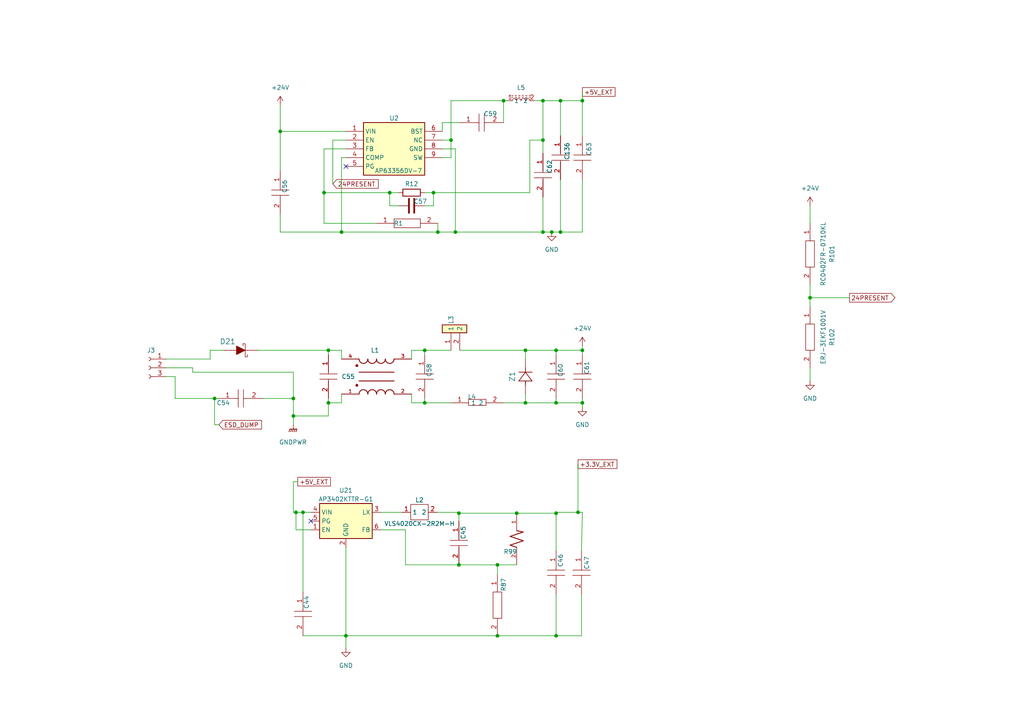
<source format=kicad_sch>
(kicad_sch (version 20230121) (generator eeschema)
  (paper "A4")
  (title_block (title "Power") (date "2023-02-24") (company "OPA Foundation"))
  (lib_symbols
    (symbol "2023-02-13_20-05-27:SMAJ30CA-E3{slash}61" (pin_numbers hide) (pin_names (offset -1.651) hide)
      (property "Reference" "CR" (at 5.08 4.445 0))
      (property "Value" "SMAJ30CA-E3{slash}61" (at 5.08 -7.62 0))
      (symbol "SMAJ30CA-E3{slash}61_1_1"
        (polyline (pts (xy 2.54 0) (xy 3.4798 0)) (stroke (width 0.2032)))
        (polyline (pts (xy 3.175 0) (xy 3.81 0)) (stroke (width 0.2032)))
        (polyline (pts (xy 3.81 -1.905) (xy 6.35 0)) (stroke (width 0.2032)))
        (polyline (pts (xy 3.81 1.905) (xy 3.81 -1.905)) (stroke (width 0.2032)))
        (polyline (pts (xy 6.35 -1.905) (xy 6.35 1.905)) (stroke (width 0.2032)))
        (polyline (pts (xy 6.35 0) (xy 3.81 1.905)) (stroke (width 0.2032)))
        (polyline (pts (xy 6.35 0) (xy 7.62 0)) (stroke (width 0.2032)))
        (pin unspecified line (at 10.16 0 180) (length 2.54) (name "1") (number "1"))
        (pin unspecified line (at 0 0 0) (length 2.54) (name "2") (number "2"))
      )
    )
    (symbol "AP63356DV-7:AP63356DV-7"
      (property "Reference" "U2" (at 13.97 3.81 0))
      (property "Value" "AP63356DV-7" (at 15.24 -11.43 0))
      (symbol "AP63356DV-7_1_1"
        (rectangle (start 5.08 2.54) (end 22.86 -12.7) (stroke (width 0.254)) (fill (type background)))
        (pin passive line (at 0 0 0) (length 5.08) (name "VIN") (number "1"))
        (pin passive line (at 0 -2.54 0) (length 5.08) (name "EN") (number "2"))
        (pin passive line (at 0 -5.08 0) (length 5.08) (name "FB") (number "3"))
        (pin passive line (at 0 -7.62 0) (length 5.08) (name "COMP") (number "4"))
        (pin passive line (at 0 -10.16 0) (length 5.08) (name "PG") (number "5"))
        (pin passive line (at 27.94 0 180) (length 5.08) (name "BST") (number "6"))
        (pin passive line (at 27.94 -2.54 180) (length 5.08) (name "NC") (number "7"))
        (pin passive line (at 27.94 -5.08 180) (length 5.08) (name "GND") (number "8"))
        (pin passive line (at 27.94 -7.62 180) (length 5.08) (name "SW") (number "9"))
      )
    )
    (symbol "Connector:Conn_01x03_Female" (pin_names (offset 1.016) hide)
      (property "Reference" "J" (at 0 5.08 0))
      (property "Value" "Conn_01x03_Female" (at 0 -5.08 0))
      (symbol "Conn_01x03_Female_1_1"
        (arc (start 0 -2.032) (mid -0.5058 -2.54) (end 0 -3.048) (stroke (width 0.1524)))
        (polyline (pts (xy -1.27 -2.54) (xy -0.508 -2.54)) (stroke (width 0.1524)))
        (polyline (pts (xy -1.27 0) (xy -0.508 0)) (stroke (width 0.1524)))
        (polyline (pts (xy -1.27 2.54) (xy -0.508 2.54)) (stroke (width 0.1524)))
        (arc (start 0 0.508) (mid -0.5058 0) (end 0 -0.508) (stroke (width 0.1524)))
        (arc (start 0 3.048) (mid -0.5058 2.54) (end 0 2.032) (stroke (width 0.1524)))
        (pin passive line (at -5.08 2.54 0) (length 3.81) (name "Pin_1") (number "1"))
        (pin passive line (at -5.08 0 0) (length 3.81) (name "Pin_2") (number "2"))
        (pin passive line (at -5.08 -2.54 0) (length 3.81) (name "Pin_3") (number "3"))
      )
    )
    (symbol "DLW5BTM142TQ2L:DLW5BTM142TQ2L" (pin_names (offset 1.016))
      (property "Reference" "FL" (at -5.08 6.35 0))
      (property "Value" "DLW5BTM142TQ2L" (at -5.08 -6.35 0))
      (symbol "DLW5BTM142TQ2L_0_0"
        (circle (center -5.715 -3.175) (radius 0.2032) (stroke (width 0.4064)))
        (circle (center -5.715 2.54) (radius 0.2032) (stroke (width 0.4064)))
        (arc (start -5.08 5.08) (mid -3.81 3.8155) (end -2.54 5.08) (stroke (width 0.254)))
        (arc (start -2.54 -5.08) (mid -3.81 -3.8155) (end -5.08 -5.08) (stroke (width 0.254)))
        (arc (start -2.54 5.08) (mid -1.27 3.8155) (end 0 5.08) (stroke (width 0.254)))
        (arc (start 0 -5.08) (mid -1.27 -3.8155) (end -2.54 -5.08) (stroke (width 0.254)))
        (polyline (pts (xy -5.08 -1.27) (xy 5.08 -1.27)) (stroke (width 0.254)))
        (polyline (pts (xy 5.08 1.27) (xy -5.08 1.27)) (stroke (width 0.254)))
        (arc (start 0 5.08) (mid 1.27 3.8155) (end 2.54 5.08) (stroke (width 0.254)))
        (arc (start 2.54 -5.08) (mid 1.27 -3.8155) (end 0 -5.08) (stroke (width 0.254)))
        (arc (start 2.54 5.08) (mid 3.81 3.8155) (end 5.08 5.08) (stroke (width 0.254)))
        (arc (start 5.08 -5.08) (mid 3.81 -3.8155) (end 2.54 -5.08) (stroke (width 0.254)))
        (pin passive line (at -10.16 5.08 0) (length 5.08) (name "~") (number "1"))
        (pin passive line (at 10.16 5.08 180) (length 5.08) (name "~") (number "2"))
        (pin passive line (at 10.16 -5.08 180) (length 5.08) (name "~") (number "3"))
        (pin passive line (at -10.16 -5.08 0) (length 5.08) (name "~") (number "4"))
      )
    )
    (symbol "Device:C" (pin_numbers hide) (pin_names (offset 0.254))
      (property "Reference" "C" (at 0.635 2.54 0))
      (property "Value" "C" (at 0.635 -2.54 0))
      (symbol "C_0_1"
        (polyline (pts (xy -2.032 -0.762) (xy 2.032 -0.762)) (stroke (width 0.508)))
        (polyline (pts (xy -2.032 0.762) (xy 2.032 0.762)) (stroke (width 0.508)))
      )
      (symbol "C_1_1"
        (pin passive line (at 0 3.81 270) (length 2.794) (name "~") (number "1"))
        (pin passive line (at 0 -3.81 90) (length 2.794) (name "~") (number "2"))
      )
    )
    (symbol "Device:R" (pin_numbers hide) (pin_names (offset 0))
      (property "Reference" "R" (at 2.032 0 90))
      (property "Value" "R" (at 0 0 90))
      (symbol "R_0_1"
        (rectangle (start -1.016 -2.54) (end 1.016 2.54) (stroke (width 0.254)))
      )
      (symbol "R_1_1"
        (pin passive line (at 0 3.81 270) (length 1.27) (name "~") (number "1"))
        (pin passive line (at 0 -3.81 90) (length 1.27) (name "~") (number "2"))
      )
    )
    (symbol "ERJ-3EKF1001V:ERJ-3EKF1001V" (pin_names (offset 0.762))
      (property "Reference" "R" (at 13.97 6.35 0))
      (property "Value" "ERJ-3EKF1001V" (at 13.97 3.81 0))
      (symbol "ERJ-3EKF1001V_0_0"
        (pin passive line (at 0 0 0) (length 5.08) (name "~") (number "1"))
        (pin passive line (at 17.78 0 180) (length 5.08) (name "~") (number "2"))
      )
      (symbol "ERJ-3EKF1001V_0_1"
        (polyline (pts (xy 5.08 1.27) (xy 12.7 1.27) (xy 12.7 -1.27) (xy 5.08 -1.27) (xy 5.08 1.27)) (stroke (width 0.1524)))
      )
    )
    (symbol "GRM1555C1H270JA01D:GRM1555C1H270JA01D" (pin_names (offset 0.762))
      (property "Reference" "C" (at 8.89 6.35 0))
      (property "Value" "GRM1555C1H270JA01D" (at 8.89 3.81 0))
      (symbol "GRM1555C1H270JA01D_0_0"
        (pin passive line (at 0 0 0) (length 5.08) (name "~") (number "1"))
        (pin passive line (at 12.7 0 180) (length 5.08) (name "~") (number "2"))
      )
      (symbol "GRM1555C1H270JA01D_0_1"
        (polyline (pts (xy 5.08 0) (xy 5.588 0)) (stroke (width 0.1524)))
        (polyline (pts (xy 5.588 2.54) (xy 5.588 -2.54)) (stroke (width 0.1524)))
        (polyline (pts (xy 7.112 0) (xy 7.62 0)) (stroke (width 0.1524)))
        (polyline (pts (xy 7.112 2.54) (xy 7.112 -2.54)) (stroke (width 0.1524)))
      )
    )
    (symbol "GRM155R71H104KE14D:GRM155R71H104KE14D" (pin_names (offset 0.762))
      (property "Reference" "C" (at 8.89 6.35 0))
      (property "Value" "GRM155R71H104KE14D" (at 8.89 3.81 0))
      (symbol "GRM155R71H104KE14D_0_0"
        (pin passive line (at 0 0 0) (length 5.08) (name "~") (number "1"))
        (pin passive line (at 12.7 0 180) (length 5.08) (name "~") (number "2"))
      )
      (symbol "GRM155R71H104KE14D_0_1"
        (polyline (pts (xy 5.08 0) (xy 5.588 0)) (stroke (width 0.1524)))
        (polyline (pts (xy 5.588 2.54) (xy 5.588 -2.54)) (stroke (width 0.1524)))
        (polyline (pts (xy 7.112 0) (xy 7.62 0)) (stroke (width 0.1524)))
        (polyline (pts (xy 7.112 2.54) (xy 7.112 -2.54)) (stroke (width 0.1524)))
      )
    )
    (symbol "GRM188R61A106KE69J:GRM188R61A106KE69J" (pin_names (offset 0.762))
      (property "Reference" "C" (at 8.89 6.35 0))
      (property "Value" "GRM188R61A106KE69J" (at 8.89 3.81 0))
      (symbol "GRM188R61A106KE69J_0_0"
        (pin passive line (at 0 0 0) (length 5.08) (name "~") (number "1"))
        (pin passive line (at 12.7 0 180) (length 5.08) (name "~") (number "2"))
      )
      (symbol "GRM188R61A106KE69J_0_1"
        (polyline (pts (xy 5.08 0) (xy 5.588 0)) (stroke (width 0.1524)))
        (polyline (pts (xy 5.588 2.54) (xy 5.588 -2.54)) (stroke (width 0.1524)))
        (polyline (pts (xy 7.112 0) (xy 7.62 0)) (stroke (width 0.1524)))
        (polyline (pts (xy 7.112 2.54) (xy 7.112 -2.54)) (stroke (width 0.1524)))
      )
    )
    (symbol "GRM31CR61E226KE15L:GRM31CR61E226KE15L" (pin_names (offset 0.762))
      (property "Reference" "C" (at 8.89 6.35 0))
      (property "Value" "GRM31CR61E226KE15L" (at 8.89 3.81 0))
      (symbol "GRM31CR61E226KE15L_0_0"
        (pin passive line (at 0 0 0) (length 5.08) (name "~") (number "1"))
        (pin passive line (at 12.7 0 180) (length 5.08) (name "~") (number "2"))
      )
      (symbol "GRM31CR61E226KE15L_0_1"
        (polyline (pts (xy 5.08 0) (xy 5.588 0)) (stroke (width 0.1524)))
        (polyline (pts (xy 5.588 2.54) (xy 5.588 -2.54)) (stroke (width 0.1524)))
        (polyline (pts (xy 7.112 0) (xy 7.62 0)) (stroke (width 0.1524)))
        (polyline (pts (xy 7.112 2.54) (xy 7.112 -2.54)) (stroke (width 0.1524)))
      )
    )
    (symbol "GRM31CR61H106KA12L:GRM31CR61H106KA12L" (pin_names (offset 0.762))
      (property "Reference" "C" (at 8.89 6.35 0))
      (property "Value" "GRM31CR61H106KA12L" (at 8.89 3.81 0))
      (symbol "GRM31CR61H106KA12L_0_0"
        (pin passive line (at 0 0 0) (length 5.08) (name "~") (number "1"))
        (pin passive line (at 12.7 0 180) (length 5.08) (name "~") (number "2"))
      )
      (symbol "GRM31CR61H106KA12L_0_1"
        (polyline (pts (xy 5.08 0) (xy 5.588 0)) (stroke (width 0.1524)))
        (polyline (pts (xy 5.588 2.54) (xy 5.588 -2.54)) (stroke (width 0.1524)))
        (polyline (pts (xy 7.112 0) (xy 7.62 0)) (stroke (width 0.1524)))
        (polyline (pts (xy 7.112 2.54) (xy 7.112 -2.54)) (stroke (width 0.1524)))
      )
    )
    (symbol "MPZ2012S331AT000:MPZ2012S331AT000"
      (property "Reference" "L3" (at -1.778 4.826 0))
      (property "Reference_1" "FB" (at -7.62 16.51 0))
      (property "Value_1" "MPZ2012S331AT000" (at -5.08 16.51 0))
      (symbol "MPZ2012S331AT000_1_1"
        (rectangle (start 5.08 2.54) (end 7.366 -4.572) (stroke (width 0.254)) (fill (type background)))
        (pin passive line (at 0 0 0) (length 5.08) (name "1") (number "1"))
        (pin passive line (at 0 -2.54 0) (length 5.08) (name "2") (number "2"))
      )
    )
    (symbol "MPZ2012S331AT:MPZ2012S331AT" (pin_names (offset 0.762))
      (property "Reference" "FB?" (at 4.826 1.778 0))
      (symbol "MPZ2012S331AT_0_0"
        (pin passive line (at 0 0 0) (length 5.08) (name "1") (number "1"))
        (pin passive line (at 15.24 0 180) (length 5.08) (name "2") (number "2"))
      )
      (symbol "MPZ2012S331AT_0_1"
        (polyline (pts (xy 5.08 1.016) (xy 10.16 1.016) (xy 10.16 -0.762) (xy 5.08 -0.762) (xy 5.08 1.016)) (stroke (width 0.1524)))
      )
    )
    (symbol "RC0402FR-0710KL:RC0402FR-0710KL" (pin_names (offset 0.762))
      (property "Reference" "R" (at 13.97 6.35 0))
      (property "Value" "RC0402FR-0710KL" (at 13.97 3.81 0))
      (symbol "RC0402FR-0710KL_0_0"
        (pin passive line (at 0 0 0) (length 5.08) (name "~") (number "1"))
        (pin passive line (at 17.78 0 180) (length 5.08) (name "~") (number "2"))
      )
      (symbol "RC0402FR-0710KL_0_1"
        (polyline (pts (xy 5.08 1.27) (xy 12.7 1.27) (xy 12.7 -1.27) (xy 5.08 -1.27) (xy 5.08 1.27)) (stroke (width 0.1524)))
      )
    )
    (symbol "RR1220P-4532-D-M:RR1220P-4532-D-M" (pin_names (offset 1.016))
      (property "Reference" "R?" (at 1.2701 -3.81 90))
      (symbol "RR1220P-4532-D-M_0_0"
        (polyline (pts (xy -4.826 0) (xy -4.445 1.905)) (stroke (width 0.254)))
        (polyline (pts (xy -4.445 1.905) (xy -3.175 -1.905)) (stroke (width 0.254)))
        (polyline (pts (xy -3.175 -1.905) (xy -1.905 1.905)) (stroke (width 0.254)))
        (polyline (pts (xy -1.905 1.905) (xy -0.635 -1.905)) (stroke (width 0.254)))
        (polyline (pts (xy -0.635 -1.905) (xy 0 0)) (stroke (width 0.254)))
        (pin passive line (at -9.906 0 0) (length 5.08) (name "~") (number "1"))
        (pin passive line (at 5.08 0 180) (length 5.08) (name "~") (number "2"))
      )
    )
    (symbol "RR1220P-4751-D-M:RR1220P-4751-D-M" (pin_names (offset 0.762))
      (property "Reference" "R" (at 13.97 6.35 0))
      (property "Value" "RR1220P-4751-D-M" (at 13.97 3.81 0))
      (symbol "RR1220P-4751-D-M_0_0"
        (pin passive line (at 0 0 0) (length 5.08) (name "~") (number "1"))
        (pin passive line (at 17.78 0 180) (length 5.08) (name "~") (number "2"))
      )
      (symbol "RR1220P-4751-D-M_0_1"
        (polyline (pts (xy 5.08 1.27) (xy 12.7 1.27) (xy 12.7 -1.27) (xy 5.08 -1.27) (xy 5.08 1.27)) (stroke (width 0.1524)))
      )
    )
    (symbol "Regulator_Switching:AP3402"
      (property "Reference" "U" (at -7.62 6.35 0))
      (property "Value" "AP3402" (at 5.08 6.35 0))
      (symbol "AP3402_0_1"
        (rectangle (start -7.62 5.08) (end 7.62 -5.08) (stroke (width 0.254)) (fill (type background)))
      )
      (symbol "AP3402_1_1"
        (pin input line (at -10.16 -2.54 0) (length 2.54) (name "EN") (number "1"))
        (pin power_in line (at 0 -7.62 90) (length 2.54) (name "GND") (number "2"))
        (pin power_out line (at 10.16 2.54 180) (length 2.54) (name "LX") (number "3"))
        (pin power_in line (at -10.16 2.54 0) (length 2.54) (name "VIN") (number "4"))
        (pin input line (at -10.16 0 0) (length 2.54) (name "PG") (number "5"))
        (pin input line (at 10.16 -2.54 180) (length 2.54) (name "FB") (number "6"))
      )
    )
    (symbol "SH4022220YLB:SH4022220YLB"
      (property "Reference" "L" (at 0 0 0))
      (property "Value" "SH4022220YLB" (at 0 0 0))
      (symbol "SH4022220YLB_0_1"
        (arc (start 0 -3.81) (mid 0.6323 -3.175) (end 0 -2.54))
        (arc (start 0 -2.54) (mid 0.6323 -1.905) (end 0 -1.27))
        (arc (start 0 -1.27) (mid 0.6323 -0.635) (end 0 0))
        (polyline (pts (xy 1.016 -4.064) (xy 1.016 -3.556)))
        (polyline (pts (xy 1.016 -3.048) (xy 1.016 -2.54)))
        (polyline (pts (xy 1.016 -2.032) (xy 1.016 -1.524)))
        (polyline (pts (xy 1.016 -1.016) (xy 1.016 -0.508)))
        (polyline (pts (xy 1.016 0) (xy 1.016 0.508)))
        (polyline (pts (xy 1.016 1.016) (xy 1.016 1.524)))
        (polyline (pts (xy 1.524 -3.556) (xy 1.524 -4.064)))
        (polyline (pts (xy 1.524 -2.54) (xy 1.524 -3.048)))
        (polyline (pts (xy 1.524 -1.524) (xy 1.524 -2.032)))
        (polyline (pts (xy 1.524 -0.508) (xy 1.524 -1.016)))
        (polyline (pts (xy 1.524 0.508) (xy 1.524 0)))
        (polyline (pts (xy 1.524 1.524) (xy 1.524 1.016)))
        (arc (start 0 0) (mid 0.6323 0.635) (end 0 1.27))
      )
      (symbol "SH4022220YLB_1_1"
        (pin passive line (at 0 2.54 270) (length 1.27) (name "1") (number "1"))
        (pin passive line (at 0 -5.08 90) (length 1.27) (name "2") (number "2"))
      )
    )
    (symbol "SH40222R2YLB:SH40222R2YLB"
      (property "Reference" "L2" (at 0 3.302 0))
      (property "Value" "SH40222R2YLB" (at 0 -3.556 0))
      (symbol "SH40222R2YLB_0_1"
        (rectangle (start -2.54 2.032) (end 2.54 -2.4384))
      )
      (symbol "SH40222R2YLB_1_1"
        (pin input line (at -5.08 -0.254 0) (length 2.54) (name "1") (number "1"))
        (pin input line (at 5.08 -0.254 180) (length 2.54) (name "2") (number "2"))
      )
    )
    (symbol "dk_Diodes-Rectifiers-Single:B240A-13-F" (pin_numbers hide) (pin_names (offset 0) hide)
      (property "Reference" "D" (at 0 2.54 0))
      (property "Value" "B240A-13-F" (at 0 -3.81 0))
      (symbol "B240A-13-F_0_1"
        (polyline (pts (xy 1.27 1.27) (xy 1.27 -1.27)))
        (polyline (pts (xy -1.27 1.27) (xy -1.27 -1.27) (xy 1.27 0) (xy -1.27 1.27)) (fill (type outline)))
        (polyline (pts (xy 1.27 -1.27) (xy 1.27 -1.905) (xy 1.905 -1.905) (xy 1.905 -1.27)))
        (polyline (pts (xy 1.27 1.27) (xy 1.27 1.905) (xy 0.635 1.905) (xy 0.635 1.27)))
      )
      (symbol "B240A-13-F_1_1"
        (pin passive line (at -5.08 0 0) (length 3.81) (name "~") (number "A"))
        (pin passive line (at 5.08 0 180) (length 3.81) (name "~") (number "K"))
      )
    )
    (symbol "power:+24V" (power) (pin_names (offset 0))
      (property "Value" "+24V" (at 0 3.556 0))
      (symbol "+24V_0_1"
        (polyline (pts (xy -0.762 1.27) (xy 0 2.54)))
        (polyline (pts (xy 0 0) (xy 0 2.54)))
        (polyline (pts (xy 0 2.54) (xy 0.762 1.27)))
      )
      (symbol "+24V_1_1"
        (pin power_in line (at 0 0 90) (length 0) hide (name "+24V") (number "1"))
      )
    )
    (symbol "power:GND" (power) (pin_names (offset 0))
      (property "Value" "GND" (at 0 -3.81 0))
      (symbol "GND_0_1"
        (polyline (pts (xy 0 0) (xy 0 -1.27) (xy 1.27 -1.27) (xy 0 -2.54) (xy -1.27 -1.27) (xy 0 -1.27)))
      )
      (symbol "GND_1_1"
        (pin power_in line (at 0 0 270) (length 0) hide (name "GND") (number "1"))
      )
    )
    (symbol "power:GNDPWR" (power) (pin_names (offset 0))
      (property "Value" "GNDPWR" (at 0 -3.302 0))
      (symbol "GNDPWR_0_1"
        (polyline (pts (xy 0 -1.27) (xy 0 0)))
        (polyline (pts (xy -1.016 -1.27) (xy -1.27 -2.032) (xy -1.27 -2.032)) (stroke (width 0.2032)))
        (polyline (pts (xy -0.508 -1.27) (xy -0.762 -2.032) (xy -0.762 -2.032)) (stroke (width 0.2032)))
        (polyline (pts (xy 0 -1.27) (xy -0.254 -2.032) (xy -0.254 -2.032)) (stroke (width 0.2032)))
        (polyline (pts (xy 0.508 -1.27) (xy 0.254 -2.032) (xy 0.254 -2.032)) (stroke (width 0.2032)))
        (polyline (pts (xy 1.016 -1.27) (xy -1.016 -1.27) (xy -1.016 -1.27)) (stroke (width 0.2032)))
        (polyline (pts (xy 1.016 -1.27) (xy 0.762 -2.032) (xy 0.762 -2.032) (xy 0.762 -2.032)) (stroke (width 0.2032)))
      )
      (symbol "GNDPWR_1_1"
        (pin power_in line (at 0 0 270) (length 0) hide (name "GNDPWR") (number "1"))
      )
    )
  )
  (junction (at 157.48 40.64))
  (junction (at 113.03 55.88))
  (junction (at 144.272 184.404))
  (junction (at 162.56 67.31))
  (junction (at 95.25 101.6))
  (junction (at 62.23 115.57))
  (junction (at 93.98 55.88))
  (junction (at 161.29 148.844))
  (junction (at 132.08 67.31))
  (junction (at 130.81 40.64))
  (junction (at 149.86 148.844))
  (junction (at 157.48 29.21))
  (junction (at 81.28 38.1))
  (junction (at 123.19 101.6))
  (junction (at 99.06 67.31))
  (junction (at 160.02 67.31))
  (junction (at 125.73 55.88))
  (junction (at 85.09 115.57))
  (junction (at 168.91 29.21))
  (junction (at 168.91 116.84))
  (junction (at 146.05 29.21))
  (junction (at 168.91 101.6))
  (junction (at 234.95 86.36))
  (junction (at 87.884 148.59))
  (junction (at 133.096 148.844))
  (junction (at 161.29 184.404))
  (junction (at 152.4 116.84))
  (junction (at 161.29 101.6))
  (junction (at 157.48 67.31))
  (junction (at 161.29 116.84))
  (junction (at 133.096 163.83))
  (junction (at 100.33 184.404))
  (junction (at 144.272 163.83))
  (junction (at 95.25 116.84))
  (junction (at 127 67.31))
  (junction (at 85.09 120.65))
  (junction (at 167.64 148.59))
  (junction (at 162.56 29.21))
  (junction (at 152.4 101.6))
  (junction (at 85.852 148.59))
  (junction (at 123.19 116.84))
  (no_connect (at 100.33 48.26))
  (no_connect (at 90.17 151.13))
  (wire (pts (xy 167.64 134.62) (xy 167.64 148.59)))
  (wire (pts (xy 93.98 43.18) (xy 100.33 43.18)))
  (wire (pts (xy 132.08 67.31) (xy 157.48 67.31)))
  (wire (pts (xy 85.852 148.59) (xy 85.852 153.67)))
  (wire (pts (xy 154.94 29.21) (xy 157.48 29.21)))
  (wire (pts (xy 152.4 101.6) (xy 152.4 104.14)))
  (wire (pts (xy 168.656 184.404) (xy 168.656 172.466)))
  (wire (pts (xy 50.8 109.22) (xy 50.8 115.57)))
  (wire (pts (xy 126.746 148.59) (xy 133.096 148.59)))
  (wire (pts (xy 127 67.31) (xy 132.08 67.31)))
  (wire (pts (xy 152.4 116.84) (xy 161.29 116.84)))
  (wire (pts (xy 168.91 52.07) (xy 168.91 67.31)))
  (wire (pts (xy 113.03 55.88) (xy 115.57 55.88)))
  (wire (pts (xy 81.28 67.31) (xy 99.06 67.31)))
  (wire (pts (xy 81.28 30.48) (xy 81.28 38.1)))
  (wire (pts (xy 133.096 151.13) (xy 133.096 148.844)))
  (wire (pts (xy 167.64 148.59) (xy 168.91 148.59)))
  (wire (pts (xy 93.98 55.88) (xy 113.03 55.88)))
  (wire (pts (xy 161.29 101.6) (xy 168.91 101.6)))
  (wire (pts (xy 100.33 184.404) (xy 144.272 184.404)))
  (wire (pts (xy 130.81 116.84) (xy 123.19 116.84)))
  (wire (pts (xy 85.09 120.65) (xy 85.09 123.19)))
  (wire (pts (xy 117.602 163.83) (xy 133.096 163.83)))
  (wire (pts (xy 99.06 45.72) (xy 99.06 67.31)))
  (wire (pts (xy 81.28 38.1) (xy 81.28 49.53)))
  (wire (pts (xy 95.25 120.65) (xy 85.09 120.65)))
  (wire (pts (xy 144.272 163.83) (xy 144.272 166.624)))
  (wire (pts (xy 161.544 148.59) (xy 161.29 148.844)))
  (wire (pts (xy 146.05 116.84) (xy 152.4 116.84)))
  (wire (pts (xy 100.33 158.75) (xy 100.33 184.404)))
  (wire (pts (xy 130.81 40.64) (xy 130.81 29.21)))
  (wire (pts (xy 99.06 104.14) (xy 99.06 101.6)))
  (wire (pts (xy 168.91 148.59) (xy 168.656 159.766)))
  (wire (pts (xy 95.25 101.6) (xy 95.25 102.87)))
  (wire (pts (xy 95.25 116.84) (xy 95.25 115.57)))
  (wire (pts (xy 168.91 67.31) (xy 162.56 67.31)))
  (wire (pts (xy 123.19 101.6) (xy 123.19 102.87)))
  (wire (pts (xy 125.73 59.69) (xy 125.73 55.88)))
  (wire (pts (xy 55.88 107.95) (xy 85.09 107.95)))
  (wire (pts (xy 133.35 35.56) (xy 128.27 35.56)))
  (wire (pts (xy 161.29 116.84) (xy 168.91 116.84)))
  (wire (pts (xy 99.06 116.84) (xy 95.25 116.84)))
  (wire (pts (xy 133.096 163.83) (xy 144.272 163.83)))
  (wire (pts (xy 48.26 106.68) (xy 55.88 106.68)))
  (wire (pts (xy 81.28 62.23) (xy 81.28 67.31)))
  (wire (pts (xy 234.95 82.55) (xy 234.95 86.36)))
  (wire (pts (xy 119.38 116.84) (xy 123.19 116.84)))
  (wire (pts (xy 127 64.77) (xy 127 67.31)))
  (wire (pts (xy 119.38 104.14) (xy 119.38 101.6)))
  (wire (pts (xy 62.23 115.57) (xy 63.5 115.57)))
  (wire (pts (xy 130.81 29.21) (xy 146.05 29.21)))
  (wire (pts (xy 85.09 115.57) (xy 85.09 120.65)))
  (wire (pts (xy 100.33 40.64) (xy 96.52 40.64)))
  (wire (pts (xy 162.56 67.31) (xy 160.02 67.31)))
  (wire (pts (xy 93.98 64.77) (xy 93.98 55.88)))
  (wire (pts (xy 74.93 101.6) (xy 95.25 101.6)))
  (wire (pts (xy 113.03 59.69) (xy 113.03 55.88)))
  (wire (pts (xy 50.8 115.57) (xy 62.23 115.57)))
  (wire (pts (xy 123.19 116.84) (xy 123.19 115.57)))
  (wire (pts (xy 162.56 52.07) (xy 162.56 67.31)))
  (wire (pts (xy 96.52 40.64) (xy 96.52 53.34)))
  (wire (pts (xy 109.22 64.77) (xy 93.98 64.77)))
  (wire (pts (xy 116.586 148.59) (xy 110.49 148.59)))
  (wire (pts (xy 146.05 29.21) (xy 147.32 29.21)))
  (wire (pts (xy 152.4 114.3) (xy 152.4 116.84)))
  (wire (pts (xy 115.57 59.69) (xy 113.03 59.69)))
  (wire (pts (xy 162.56 39.37) (xy 162.56 29.21)))
  (wire (pts (xy 60.96 101.6) (xy 64.77 101.6)))
  (wire (pts (xy 93.98 55.88) (xy 93.98 43.18)))
  (wire (pts (xy 90.17 153.67) (xy 85.852 153.67)))
  (wire (pts (xy 130.81 101.6) (xy 123.19 101.6)))
  (wire (pts (xy 162.56 29.21) (xy 168.91 29.21)))
  (wire (pts (xy 55.88 106.68) (xy 55.88 107.95)))
  (wire (pts (xy 161.29 172.466) (xy 161.29 184.404)))
  (wire (pts (xy 86.36 139.7) (xy 85.09 139.7)))
  (wire (pts (xy 99.06 101.6) (xy 95.25 101.6)))
  (wire (pts (xy 153.67 40.64) (xy 157.48 40.64)))
  (wire (pts (xy 48.26 109.22) (xy 50.8 109.22)))
  (wire (pts (xy 161.29 148.844) (xy 161.29 159.766)))
  (wire (pts (xy 95.25 116.84) (xy 95.25 120.65)))
  (wire (pts (xy 157.48 57.15) (xy 157.48 67.31)))
  (wire (pts (xy 85.09 107.95) (xy 85.09 115.57)))
  (wire (pts (xy 119.38 114.3) (xy 119.38 116.84)))
  (wire (pts (xy 168.91 29.21) (xy 168.91 39.37)))
  (wire (pts (xy 85.09 139.7) (xy 85.09 148.59)))
  (wire (pts (xy 144.272 184.404) (xy 161.29 184.404)))
  (wire (pts (xy 100.33 45.72) (xy 99.06 45.72)))
  (wire (pts (xy 119.38 101.6) (xy 123.19 101.6)))
  (wire (pts (xy 99.06 67.31) (xy 127 67.31)))
  (wire (pts (xy 157.48 29.21) (xy 157.48 40.64)))
  (wire (pts (xy 123.19 59.69) (xy 125.73 59.69)))
  (wire (pts (xy 48.26 104.14) (xy 60.96 104.14)))
  (wire (pts (xy 234.95 106.68) (xy 234.95 110.49)))
  (wire (pts (xy 130.81 45.72) (xy 130.81 40.64)))
  (wire (pts (xy 234.95 59.69) (xy 234.95 64.77)))
  (wire (pts (xy 168.91 100.33) (xy 168.91 101.6)))
  (wire (pts (xy 128.27 35.56) (xy 128.27 38.1)))
  (wire (pts (xy 99.06 114.3) (xy 99.06 116.84)))
  (wire (pts (xy 168.91 116.84) (xy 168.91 115.57)))
  (wire (pts (xy 133.096 148.59) (xy 133.096 148.844)))
  (wire (pts (xy 63.5 123.19) (xy 62.23 123.19)))
  (wire (pts (xy 81.28 38.1) (xy 100.33 38.1)))
  (wire (pts (xy 128.27 45.72) (xy 130.81 45.72)))
  (wire (pts (xy 123.19 55.88) (xy 125.73 55.88)))
  (wire (pts (xy 161.544 148.59) (xy 167.64 148.59)))
  (wire (pts (xy 100.33 184.404) (xy 100.33 187.96)))
  (wire (pts (xy 60.96 104.14) (xy 60.96 101.6)))
  (wire (pts (xy 157.48 29.21) (xy 162.56 29.21)))
  (wire (pts (xy 168.91 26.67) (xy 168.91 29.21)))
  (wire (pts (xy 146.05 29.21) (xy 146.05 35.56)))
  (wire (pts (xy 133.096 148.844) (xy 149.86 148.844)))
  (wire (pts (xy 128.27 40.64) (xy 130.81 40.64)))
  (wire (pts (xy 132.08 43.18) (xy 132.08 67.31)))
  (wire (pts (xy 234.95 86.36) (xy 246.38 86.36)))
  (wire (pts (xy 117.602 153.67) (xy 117.602 163.83)))
  (wire (pts (xy 161.29 184.404) (xy 168.656 184.404)))
  (wire (pts (xy 87.884 148.59) (xy 90.17 148.59)))
  (wire (pts (xy 128.27 43.18) (xy 132.08 43.18)))
  (wire (pts (xy 87.884 184.404) (xy 100.33 184.404)))
  (wire (pts (xy 157.48 67.31) (xy 160.02 67.31)))
  (wire (pts (xy 161.29 101.6) (xy 161.29 102.87)))
  (wire (pts (xy 76.2 115.57) (xy 85.09 115.57)))
  (wire (pts (xy 125.73 55.88) (xy 153.67 55.88)))
  (wire (pts (xy 149.86 148.844) (xy 161.29 148.844)))
  (wire (pts (xy 87.884 148.59) (xy 87.884 171.704)))
  (wire (pts (xy 110.49 153.67) (xy 117.602 153.67)))
  (wire (pts (xy 152.4 101.6) (xy 161.29 101.6)))
  (wire (pts (xy 157.48 40.64) (xy 157.48 44.45)))
  (wire (pts (xy 62.23 115.57) (xy 62.23 123.19)))
  (wire (pts (xy 234.95 86.36) (xy 234.95 88.9)))
  (wire (pts (xy 85.852 148.59) (xy 85.09 148.59)))
  (wire (pts (xy 85.852 148.59) (xy 87.884 148.59)))
  (wire (pts (xy 168.91 116.84) (xy 168.91 118.11)))
  (wire (pts (xy 153.67 55.88) (xy 153.67 40.64)))
  (wire (pts (xy 168.91 101.6) (xy 168.91 102.87)))
  (wire (pts (xy 133.35 101.6) (xy 152.4 101.6)))
  (wire (pts (xy 161.29 115.57) (xy 161.29 116.84)))
  (wire (pts (xy 149.86 163.83) (xy 144.272 163.83)))
  (global_label "ESD_DUMP" (shape input) (at 63.5 123.19 0) (property "Intersheetrefs" "${INTERSHEET_REFS}" (effects hide)))
  (global_label "24PRESENT" (shape input) (at 96.52 53.34 0) (property "Intersheetrefs" "${INTERSHEET_REFS}" (effects hide)))
  (global_label "+3.3V_EXT" (shape passive) (at 167.64 134.62 0) (property "Intersheetrefs" "${INTERSHEET_REFS}" (effects hide)))
  (global_label "+5V_EXT" (shape passive) (at 86.36 139.7 0) (property "Intersheetrefs" "${INTERSHEET_REFS}" (effects hide)))
  (global_label "24PRESENT" (shape output) (at 246.38 86.36 0) (property "Intersheetrefs" "${INTERSHEET_REFS}" (effects hide)))
  (global_label "+5V_EXT" (shape passive) (at 168.91 26.67 0) (property "Intersheetrefs" "${INTERSHEET_REFS}" (effects hide)))
  (symbol (lib_id "power:+24V") (at 168.91 100.33 0) (unit 1)
    (property "Reference" "#PWR087" (effects hide))
    (property "Value" "+24V" (at 168.91 95.25 0))
  )
  (symbol (lib_id "Device:C") (at 119.38 59.69 90) (unit 1)
    (property "Reference" "C57" (at 121.92 58.42 90))
    (property "Value" "CC0402JRNPO9BN100" (effects hide))
    (property "Footprint" "Capacitor_SMD:C_0402_1005Metric" (effects hide))
    (property "Datasheet" "10PF 50V" (effects hide))
  )
  (symbol (lib_id "GRM155R71H104KE14D:GRM155R71H104KE14D") (at 133.35 35.56 0) (unit 1)
    (property "Reference" "C59" (at 142.24 33.02 0))
    (property "Value" "GRM155R71H104KE14D" (effects hide))
    (property "Footprint" "Capacitor_SMD:C_0402_1005Metric" (effects hide))
    (property "Datasheet" "https://datasheet.datasheetarchive.com/originals/distributors/DKDS-10/191322.pdf" (effects hide))
    (property "Description" "Multilayer Ceramic Capacitors MLCC - SMD/SMT 0402 0.1uF 50volts X7R 10%" (effects hide))
    (property "Height" "0.55" (effects hide))
    (property "Manufacturer_Name" "Murata Electronics" (effects hide))
    (property "Manufacturer_Part_Number" "GRM155R71H104KE14D" (effects hide))
    (property "Mouser Part Number" "81-GRM155R71H104KE4D" (effects hide))
    (property "Mouser Price/Stock" "https://www.mouser.co.uk/ProductDetail/Murata-Electronics/GRM155R71H104KE14D?qs=2UZY3JfgLCy9gG9icKV9Yg%3D%3D" (effects hide))
    (property "Arrow Part Number" "GRM155R71H104KE14D" (effects hide))
    (property "Arrow Price/Stock" "https://www.arrow.com/en/products/grm155r71h104ke14d/murata-manufacturing?region=nac" (effects hide))
  )
  (symbol (lib_id "RC0402FR-0710KL:RC0402FR-0710KL") (at 144.272 166.624 270) (unit 1)
    (property "Reference" "R87" (at 146.05 167.64 0) (effects (justify left)))
    (property "Value" "RC0402FR-0710KL" (effects hide))
    (property "Footprint" "Resistor_SMD:R_0402_1005Metric_Pad0.72x0.64mm_HandSolder" (effects hide))
    (property "Datasheet" "https://datasheet.datasheetarchive.com/originals/distributors/Datasheets_SAMA/902f9e387b938f871d31120f5fc1d65e.pdf" (effects hide))
    (property "Description" "YAGEO (PHYCOMP) - RC0402FR-0710KL. - RES, THICK FILM, 10K, 1%, 0.0625W, 0402" (effects hide))
    (property "Height" "0.4" (effects hide))
    (property "Manufacturer_Name" "KEMET" (effects hide))
    (property "Manufacturer_Part_Number" "RC0402FR-0710KL" (effects hide))
    (property "Mouser Part Number" "603-RC0402FR-0710KL" (effects hide))
    (property "Mouser Price/Stock" "https://www.mouser.co.uk/ProductDetail/YAGEO/RC0402FR-0710KL?qs=I1mnnYJTTsxUoNwrUsQExA%3D%3D" (effects hide))
    (property "Arrow Part Number" "RC0402FR-0710KL" (effects hide))
    (property "Arrow Price/Stock" "https://www.arrow.com/en/products/rc0402fr-0710kl/yageo?region=europe" (effects hide))
  )
  (symbol (lib_id "power:GND") (at 160.02 67.31 0) (unit 1)
    (property "Reference" "#PWR086" (effects hide))
    (property "Value" "GND" (at 160.02 72.39 0))
  )
  (symbol (lib_id "GRM1555C1H270JA01D:GRM1555C1H270JA01D") (at 133.096 151.13 90) (mirror x) (unit 1)
    (property "Reference" "C45" (at 134.366 156.464 0) (effects (justify right)))
    (property "Value" "CL05C270JB5NNNC" (effects hide))
    (property "Footprint" "Capacitor_SMD:C_0402_1005Metric" (effects hide))
    (property "Datasheet" "https://datasheet.datasheetarchive.com/originals/distributors/Datasheets_SAMA/ec4f1577dddcc7a13ddad897a28002d3.pdf" (effects hide))
    (property "Description" "Murata 0402 GRM 27pF Ceramic Multilayer Capacitor, 50 V dc, +125C, C0G Dielectric, +/-5%" (effects hide))
    (property "Height" "0.55" (effects hide))
    (property "Manufacturer_Name" "Murata Electronics" (effects hide))
    (property "Manufacturer_Part_Number" "GRM1555C1H270JA01D" (effects hide))
    (property "Mouser Part Number" "81-GRM1555C1H270JA1D" (effects hide))
    (property "Mouser Price/Stock" "https://www.mouser.co.uk/ProductDetail/Murata-Electronics/GRM1555C1H270JA01D?qs=4k9rjS6ZRl6bZIQOxCwSeQ%3D%3D" (effects hide))
    (property "Arrow Part Number" "GRM1555C1H270JA01D" (effects hide))
    (property "Arrow Price/Stock" "https://www.arrow.com/en/products/grm1555c1h270ja01d/murata-manufacturing?region=nac" (effects hide))
  )
  (symbol (lib_id "GRM31CR61H106KA12L:GRM31CR61H106KA12L") (at 81.28 49.53 270) (unit 1)
    (property "Reference" "C56" (at 82.55 52.07 0) (effects (justify left)))
    (property "Value" "C3216X5R1H106K160AB" (effects hide))
    (property "Footprint" "Capacitor_SMD:C_1206_3216Metric" (effects hide))
    (property "Datasheet" "https://datasheet.datasheetarchive.com/originals/distributors/Datasheets_SAMA/ec4f1577dddcc7a13ddad897a28002d3.pdf" (effects hide))
    (property "Description" "10UF,50V,10%,Ceramic,X5R,1206" (effects hide))
    (property "Height" "1.8" (effects hide))
    (property "Manufacturer_Name" "Murata Electronics" (effects hide))
    (property "Manufacturer_Part_Number" "GRM31CR61H106KA12L" (effects hide))
    (property "Mouser Part Number" "81-GRM31CR61H106KA2L" (effects hide))
    (property "Mouser Price/Stock" "https://www.mouser.co.uk/ProductDetail/Murata-Electronics/GRM31CR61H106KA12L?qs=O5cugoO6nwcwnTG54Wty7w%3D%3D" (effects hide))
    (property "Arrow Part Number" "GRM31CR61H106KA12L" (effects hide))
    (property "Arrow Price/Stock" "https://www.arrow.com/en/products/grm31cr61h106ka12l/murata-manufacturing?region=europe" (effects hide))
  )
  (symbol (lib_id "power:GND") (at 168.91 118.11 0) (unit 1)
    (property "Reference" "#PWR088" (effects hide))
    (property "Value" "GND" (at 168.91 123.19 0))
  )
  (symbol (lib_id "GRM31CR61E226KE15L:GRM31CR61E226KE15L") (at 168.91 39.37 270) (unit 1)
    (property "Reference" "C63" (at 170.815 41.275 0) (effects (justify left)))
    (property "Value" "CL31A226KAHNNNE" (effects hide))
    (property "Footprint" "Capacitor_SMD:C_1206_3216Metric_Pad1.33x1.80mm_HandSolder" (effects hide))
    (property "Datasheet" "https://datasheet.datasheetarchive.com/originals/distributors/Datasheets_SAMA/ec4f1577dddcc7a13ddad897a28002d3.pdf" (effects hide))
    (property "Description" "Murata 1206 (3216M) 22uF MLCC 25V dc +/-10% SMD GRM31CR61E226KE15L" (effects hide))
    (property "Height" "1.8" (effects hide))
    (property "Manufacturer_Name" "Murata Electronics" (effects hide))
    (property "Manufacturer_Part_Number" "GRM31CR61E226KE15L" (effects hide))
    (property "Mouser Part Number" "81-GRM31CR61E226KE5L" (effects hide))
    (property "Mouser Price/Stock" "https://www.mouser.co.uk/ProductDetail/Murata-Electronics/GRM31CR61E226KE15L?qs=Uw8ySfEHS7KfA6t3BpaUDg%3D%3D" (effects hide))
    (property "Arrow Part Number" "GRM31CR61E226KE15L" (effects hide))
    (property "Arrow Price/Stock" "https://www.arrow.com/en/products/grm31cr61e226ke15l/murata-manufacturing?region=europe" (effects hide))
  )
  (symbol (lib_id "Device:R") (at 119.38 55.88 90) (unit 1)
    (property "Reference" "R12" (at 119.38 53.34 90))
    (property "Value" "RC0402FR-0726K1L" (effects hide))
    (property "Footprint" "Resistor_SMD:R_0402_1005Metric_Pad0.72x0.64mm_HandSolder" (effects hide))
    (property "Datasheet" "26.1K 1%" (effects hide))
  )
  (symbol (lib_id "SH4022220YLB:SH4022220YLB") (at 149.86 29.21 90) (unit 1)
    (property "Reference" "L5" (at 151.13 25.4 90))
    (property "Value" "SRR1240-101M" (effects hide))
    (property "Footprint" "footprints:IND_SRR1240-101M" (effects hide))
  )
  (symbol (lib_id "GRM155R71H104KE14D:GRM155R71H104KE14D") (at 168.91 102.87 270) (unit 1)
    (property "Reference" "C61" (at 170.18 106.68 0))
    (property "Value" "GRM155R71H104KE14D" (effects hide))
    (property "Footprint" "Capacitor_SMD:C_0402_1005Metric" (effects hide))
    (property "Datasheet" "https://datasheet.datasheetarchive.com/originals/distributors/DKDS-10/191322.pdf" (effects hide))
    (property "Description" "Multilayer Ceramic Capacitors MLCC - SMD/SMT 0402 0.1uF 50volts X7R 10%" (effects hide))
    (property "Height" "0.55" (effects hide))
    (property "Manufacturer_Name" "Murata Electronics" (effects hide))
    (property "Manufacturer_Part_Number" "GRM155R71H104KE14D" (effects hide))
    (property "Mouser Part Number" "81-GRM155R71H104KE4D" (effects hide))
    (property "Mouser Price/Stock" "https://www.mouser.co.uk/ProductDetail/Murata-Electronics/GRM155R71H104KE14D?qs=2UZY3JfgLCy9gG9icKV9Yg%3D%3D" (effects hide))
    (property "Arrow Part Number" "GRM155R71H104KE14D" (effects hide))
    (property "Arrow Price/Stock" "https://www.arrow.com/en/products/grm155r71h104ke14d/murata-manufacturing?region=nac" (effects hide))
  )
  (symbol (lib_id "GRM31CR61E226KE15L:GRM31CR61E226KE15L") (at 157.48 44.45 270) (unit 1)
    (property "Reference" "C62" (at 159.385 46.355 0) (effects (justify left)))
    (property "Value" "CL31A226KAHNNNE" (effects hide))
    (property "Footprint" "Capacitor_SMD:C_1206_3216Metric_Pad1.33x1.80mm_HandSolder" (effects hide))
    (property "Datasheet" "https://datasheet.datasheetarchive.com/originals/distributors/Datasheets_SAMA/ec4f1577dddcc7a13ddad897a28002d3.pdf" (effects hide))
    (property "Description" "Murata 1206 (3216M) 22uF MLCC 25V dc +/-10% SMD GRM31CR61E226KE15L" (effects hide))
    (property "Height" "1.8" (effects hide))
    (property "Manufacturer_Name" "Murata Electronics" (effects hide))
    (property "Manufacturer_Part_Number" "GRM31CR61E226KE15L" (effects hide))
    (property "Mouser Part Number" "81-GRM31CR61E226KE5L" (effects hide))
    (property "Mouser Price/Stock" "https://www.mouser.co.uk/ProductDetail/Murata-Electronics/GRM31CR61E226KE15L?qs=Uw8ySfEHS7KfA6t3BpaUDg%3D%3D" (effects hide))
    (property "Arrow Part Number" "GRM31CR61E226KE15L" (effects hide))
    (property "Arrow Price/Stock" "https://www.arrow.com/en/products/grm31cr61e226ke15l/murata-manufacturing?region=europe" (effects hide))
  )
  (symbol (lib_id "RR1220P-4532-D-M:RR1220P-4532-D-M") (at 149.86 158.75 270) (unit 1)
    (property "Reference" "R99" (at 146.05 160.0201 90) (effects (justify left)))
    (property "Value" "RR1220P-4532-D-M" (effects hide))
    (property "Footprint" "Resistor_SMD:R_0805_2012Metric" (effects hide))
  )
  (symbol (lib_id "Connector:Conn_01x03_Female") (at 43.18 106.68 0) (mirror y) (unit 1)
    (property "Reference" "J3" (at 43.815 101.6 0))
    (property "Value" "2350514-3" (effects hide))
    (property "Footprint" "footprints:SHDRRA3W90P0X350_1X3_1110X920X691P" (effects hide))
  )
  (symbol (lib_id "GRM31CR61E226KE15L:GRM31CR61E226KE15L") (at 161.29 159.766 270) (unit 1)
    (property "Reference" "C46" (at 162.56 162.56 0))
    (property "Value" "CL31A226KAHNNNE" (effects hide))
    (property "Footprint" "Capacitor_SMD:C_1206_3216Metric_Pad1.33x1.80mm_HandSolder" (effects hide))
    (property "Datasheet" "https://datasheet.datasheetarchive.com/originals/distributors/Datasheets_SAMA/ec4f1577dddcc7a13ddad897a28002d3.pdf" (effects hide))
    (property "Description" " 22uF MLCC 25V dc +/-10% SMD " (effects hide))
    (property "Height" "1.8" (effects hide))
    (property "Manufacturer_Name" "Murata Electronics" (effects hide))
    (property "Manufacturer_Part_Number" "CL31A226KAHNNNE" (effects hide))
    (property "Mouser Part Number" "81-GRM31CR61E226KE5L" (effects hide))
    (property "Mouser Price/Stock" "https://www.mouser.co.uk/ProductDetail/Murata-Electronics/GRM31CR61E226KE15L?qs=Uw8ySfEHS7KfA6t3BpaUDg%3D%3D" (effects hide))
    (property "Arrow Part Number" "GRM31CR61E226KE15L" (effects hide))
    (property "Arrow Price/Stock" "https://www.arrow.com/en/products/grm31cr61e226ke15l/murata-manufacturing?region=europe" (effects hide))
  )
  (symbol (lib_id "MPZ2012S331AT000:MPZ2012S331AT000") (at 130.81 101.6 90) (unit 1)
    (property "Reference" "L3" (at 130.81 93.98 0) (effects (justify left)))
    (property "Value" "MPZ2012S331AT000" (effects hide))
    (property "Footprint" "footprints:INDC2012X105N" (effects hide))
    (property "Datasheet" "https://datasheet.datasheetarchive.com/originals/distributors/SFDatasheet-3/sf-00062318.pdf" (effects hide))
    (property "Description" "MPZ series 0805 SMD chip bead 330R 2.5A TDK High Current Chip Power Line Bead, 2 x 1.25 x 0.85mm" (effects hide))
    (property "Height" "1.05" (effects hide))
    (property "Manufacturer_Name" "TDK" (effects hide))
    (property "Manufacturer_Part_Number" "MPZ2012S331AT000" (effects hide))
    (property "Mouser Part Number" "810-MPZ2012S331AT000" (effects hide))
    (property "Mouser Price/Stock" "https://www.mouser.co.uk/ProductDetail/TDK/MPZ2012S331AT000?qs=i5fQALbACss9SCpS1lr2Dg%3D%3D" (effects hide))
    (property "Arrow Part Number" "MPZ2012S331AT000" (effects hide))
    (property "Arrow Price/Stock" "https://www.arrow.com/en/products/mpz2012s331at000/tdk?region=europe" (effects hide))
    (property "Reference_1" "FB" (effects hide))
    (property "Value_1" "MPZ2012S331AT000" (effects hide))
    (property "Footprint_1" "INDC2012X105N" (effects hide))
    (property "Datasheet_1" "https://product.tdk.com/system/files/dam/doc/product/emc/emc/beads/catalog/beads_commercial_power_mpz2012_en.pdf" (effects hide))
  )
  (symbol (lib_id "GRM31CR61E226KE15L:GRM31CR61E226KE15L") (at 168.656 159.766 270) (unit 1)
    (property "Reference" "C47" (at 170.18 161.29 0) (effects (justify left)))
    (property "Value" "CL31A226KAHNNNE" (effects hide))
    (property "Footprint" "Capacitor_SMD:C_1206_3216Metric_Pad1.33x1.80mm_HandSolder" (effects hide))
    (property "Datasheet" "https://datasheet.datasheetarchive.com/originals/distributors/Datasheets_SAMA/ec4f1577dddcc7a13ddad897a28002d3.pdf" (effects hide))
    (property "Description" " 22uF MLCC 25V dc +/-10% SMD " (effects hide))
    (property "Height" "1.8" (effects hide))
    (property "Manufacturer_Name" "Murata Electronics" (effects hide))
    (property "Manufacturer_Part_Number" "CL31A226KAHNNNE" (effects hide))
    (property "Mouser Part Number" "81-GRM31CR61E226KE5L" (effects hide))
    (property "Mouser Price/Stock" "https://www.mouser.co.uk/ProductDetail/Murata-Electronics/GRM31CR61E226KE15L?qs=Uw8ySfEHS7KfA6t3BpaUDg%3D%3D" (effects hide))
    (property "Arrow Part Number" "GRM31CR61E226KE15L" (effects hide))
    (property "Arrow Price/Stock" "https://www.arrow.com/en/products/grm31cr61e226ke15l/murata-manufacturing?region=europe" (effects hide))
  )
  (symbol (lib_id "power:GND") (at 234.95 110.49 0) (unit 1)
    (property "Reference" "#PWR091" (effects hide))
    (property "Value" "GND" (at 234.95 115.57 0))
  )
  (symbol (lib_id "GRM155R71H104KE14D:GRM155R71H104KE14D") (at 63.5 115.57 0) (unit 1)
    (property "Reference" "C54" (at 64.77 116.84 0))
    (property "Value" "GRM155R71H104KE14D" (effects hide))
    (property "Footprint" "Capacitor_SMD:C_0402_1005Metric" (effects hide))
    (property "Datasheet" "https://datasheet.datasheetarchive.com/originals/distributors/DKDS-10/191322.pdf" (effects hide))
    (property "Description" "Multilayer Ceramic Capacitors MLCC - SMD/SMT 0402 0.1uF 50volts X7R 10%" (effects hide))
    (property "Height" "0.55" (effects hide))
    (property "Manufacturer_Name" "Murata Electronics" (effects hide))
    (property "Manufacturer_Part_Number" "GRM155R71H104KE14D" (effects hide))
    (property "Mouser Part Number" "81-GRM155R71H104KE4D" (effects hide))
    (property "Mouser Price/Stock" "https://www.mouser.co.uk/ProductDetail/Murata-Electronics/GRM155R71H104KE14D?qs=2UZY3JfgLCy9gG9icKV9Yg%3D%3D" (effects hide))
    (property "Arrow Part Number" "GRM155R71H104KE14D" (effects hide))
    (property "Arrow Price/Stock" "https://www.arrow.com/en/products/grm155r71h104ke14d/murata-manufacturing?region=nac" (effects hide))
  )
  (symbol (lib_id "AP63356DV-7:AP63356DV-7") (at 100.33 38.1 0) (unit 1)
    (property "Reference" "U2" (at 114.3 34.29 0))
    (property "Value" "AP63356DV-7" (at 115.57 49.53 0))
    (property "Footprint" "footprints:AP63356DV7" (effects hide))
    (property "Reference_1" "U" (effects hide))
    (property "Value_1" "AP63356DV-7" (effects hide))
    (property "Footprint_1" "AP63356DV7" (effects hide))
    (property "Datasheet_1" "https://www.diodes.com/assets/Datasheets/AP63356-AP63357.pdf" (effects hide))
    (property "Height" "0.85" (effects hide))
    (property "Manufacturer_Name" "Diodes Inc." (effects hide))
    (property "Manufacturer_Part_Number" "AP63356DV-7" (effects hide))
    (property "Mouser Part Number" "621-AP63356DV-7" (effects hide))
    (property "Mouser Price/Stock" "https://www.mouser.co.uk/ProductDetail/Diodes-Incorporated/AP63356DV-7?qs=bZr6mbWTK5k9UirUfdvjSw%3D%3D" (effects hide))
    (property "Arrow Part Number" "AP63356DV-7" (effects hide))
    (property "Arrow Price/Stock" "https://www.arrow.com/en/products/ap63356dv-7/diodes-incorporated?region=nac" (effects hide))
  )
  (symbol (lib_id "MPZ2012S331AT:MPZ2012S331AT") (at 130.81 116.84 0) (unit 1)
    (property "Reference" "L4" (at 135.636 115.062 0) (effects (justify left)))
    (property "Value" "MPZ2012S331AT000" (effects hide))
    (property "Footprint" "footprints:INDC2012X105N" (effects hide))
    (property "Datasheet" "https://datasheet.datasheetarchive.com/originals/distributors/SFDatasheet-3/sf-00062318.pdf" (effects hide))
    (property "Description" "MPZ series 0805 SMD chip bead 330R 2.5A TDK High Current Chip Power Line Bead, 2 x 1.25 x 0.85mm" (effects hide))
    (property "Height" "1.05" (effects hide))
    (property "Manufacturer_Name" "TDK" (effects hide))
    (property "Manufacturer_Part_Number" "MPZ2012S331AT" (effects hide))
    (property "Mouser Part Number" "N/A" (effects hide))
    (property "Mouser Price/Stock" "http://www.mouser.com/Search/ProductDetail.aspx?qs=cdpe0LUyr8BsVfVjhc2Cow%3d%3d" (effects hide))
    (property "Arrow Part Number" "MPZ2012S331AT" (effects hide))
    (property "Arrow Price/Stock" "https://www.arrow.com/en/products/mpz2012s331at/tdk" (effects hide))
  )
  (symbol (lib_id "GRM155R71H104KE14D:GRM155R71H104KE14D") (at 95.25 102.87 270) (unit 1)
    (property "Reference" "C55" (at 99.06 109.2199 90) (effects (justify left)))
    (property "Value" "GRM155R71H104KE14D" (effects hide))
    (property "Footprint" "Capacitor_SMD:C_0402_1005Metric" (effects hide))
    (property "Datasheet" "https://datasheet.datasheetarchive.com/originals/distributors/DKDS-10/191322.pdf" (effects hide))
    (property "Description" "Multilayer Ceramic Capacitors MLCC - SMD/SMT 0402 0.1uF 50volts X7R 10%" (effects hide))
    (property "Height" "0.55" (effects hide))
    (property "Manufacturer_Name" "Murata Electronics" (effects hide))
    (property "Manufacturer_Part_Number" "GRM155R71H104KE14D" (effects hide))
    (property "Mouser Part Number" "81-GRM155R71H104KE4D" (effects hide))
    (property "Mouser Price/Stock" "https://www.mouser.co.uk/ProductDetail/Murata-Electronics/GRM155R71H104KE14D?qs=2UZY3JfgLCy9gG9icKV9Yg%3D%3D" (effects hide))
    (property "Arrow Part Number" "GRM155R71H104KE14D" (effects hide))
    (property "Arrow Price/Stock" "https://www.arrow.com/en/products/grm155r71h104ke14d/murata-manufacturing?region=nac" (effects hide))
  )
  (symbol (lib_id "GRM31CR61H106KA12L:GRM31CR61H106KA12L") (at 161.29 102.87 270) (unit 1)
    (property "Reference" "C60" (at 162.56 105.41 0) (effects (justify left)))
    (property "Value" "C3216X5R1H106K160AB" (effects hide))
    (property "Footprint" "Capacitor_SMD:C_1206_3216Metric" (effects hide))
    (property "Datasheet" "https://datasheet.datasheetarchive.com/originals/distributors/Datasheets_SAMA/ec4f1577dddcc7a13ddad897a28002d3.pdf" (effects hide))
    (property "Description" "10UF,50V,10%,Ceramic,X5R,1206" (effects hide))
    (property "Height" "1.8" (effects hide))
    (property "Manufacturer_Name" "Murata Electronics" (effects hide))
    (property "Manufacturer_Part_Number" "GRM31CR61H106KA12L" (effects hide))
    (property "Mouser Part Number" "81-GRM31CR61H106KA2L" (effects hide))
    (property "Mouser Price/Stock" "https://www.mouser.co.uk/ProductDetail/Murata-Electronics/GRM31CR61H106KA12L?qs=O5cugoO6nwcwnTG54Wty7w%3D%3D" (effects hide))
    (property "Arrow Part Number" "GRM31CR61H106KA12L" (effects hide))
    (property "Arrow Price/Stock" "https://www.arrow.com/en/products/grm31cr61h106ka12l/murata-manufacturing?region=europe" (effects hide))
  )
  (symbol (lib_id "dk_Diodes-Rectifiers-Single:B240A-13-F") (at 69.85 101.6 0) (unit 1)
    (property "Reference" "D21" (at 66.04 99.06 0) (effects (font (size 1.524 1.524))))
    (property "Value" "B240A-13-F" (effects hide))
    (property "Footprint" "digikey-footprints:DO-214AC" (effects hide))
    (property "Datasheet" "https://www.diodes.com/assets/Datasheets/ds13004.pdf" (effects hide))
    (property "Digi-Key_PN" "B240A-FDICT-ND" (effects hide))
    (property "MPN" "B240A-13-F" (effects hide))
    (property "Category" "Discrete Semiconductor Products" (effects hide))
    (property "Family" "Diodes - Rectifiers - Single" (effects hide))
    (property "DK_Datasheet_Link" "https://www.diodes.com/assets/Datasheets/ds13004.pdf" (effects hide))
    (property "DK_Detail_Page" "/product-detail/en/diodes-incorporated/B240A-13-F/B240A-FDICT-ND/717810" (effects hide))
    (property "Description" "DIODE SCHOTTKY 40V 2A SMA" (effects hide))
    (property "Manufacturer" "Diodes Incorporated" (effects hide))
    (property "Status" "Active" (effects hide))
  )
  (symbol (lib_id "ERJ-3EKF1001V:ERJ-3EKF1001V") (at 234.95 88.9 270) (unit 1)
    (property "Reference" "R102" (at 241.3 97.79 0))
    (property "Value" "ERJ-3EKF1001V" (at 238.76 97.79 0))
    (property "Footprint" "Resistor_SMD:R_0603_1608Metric" (effects hide))
    (property "Datasheet" "https://industrial.panasonic.com/cdbs/www-data/pdf/RDA0000/AOA0000C304.pdf" (effects hide))
    (property "Description" "Thick Film 0603 resistor 1K00 100mW 1% Panasonic ERJ3EK Series Precision Thick Film Surface Mount Resistor 0603 Case 1kOhm  /-1% 0.1W  /-100ppm/degC" (effects hide))
    (property "Height" "0.55" (effects hide))
    (property "Manufacturer_Name" "Panasonic" (effects hide))
    (property "Manufacturer_Part_Number" "ERJ-3EKF1001V" (effects hide))
    (property "Mouser Part Number" "667-ERJ-3EKF1001V" (effects hide))
    (property "Mouser Price/Stock" "https://www.mouser.co.uk/ProductDetail/Panasonic/ERJ-3EKF1001V?qs=H7k1u0Mp9JTM8yQxOuvoDg%3D%3D" (effects hide))
    (property "Arrow Part Number" "ERJ-3EKF1001V" (effects hide))
    (property "Arrow Price/Stock" "https://www.arrow.com/en/products/erj-3ekf1001v/panasonic?region=nac" (effects hide))
  )
  (symbol (lib_id "GRM155R71H104KE14D:GRM155R71H104KE14D") (at 123.19 102.87 270) (unit 1)
    (property "Reference" "C58" (at 124.46 105.41 0) (effects (justify left)))
    (property "Value" "GRM155R71H104KE14D" (effects hide))
    (property "Footprint" "Capacitor_SMD:C_0402_1005Metric" (effects hide))
    (property "Datasheet" "https://datasheet.datasheetarchive.com/originals/distributors/DKDS-10/191322.pdf" (effects hide))
    (property "Description" "Multilayer Ceramic Capacitors MLCC - SMD/SMT 0402 0.1uF 50volts X7R 10%" (effects hide))
    (property "Height" "0.55" (effects hide))
    (property "Manufacturer_Name" "Murata Electronics" (effects hide))
    (property "Manufacturer_Part_Number" "GRM155R71H104KE14D" (effects hide))
    (property "Mouser Part Number" "81-GRM155R71H104KE4D" (effects hide))
    (property "Mouser Price/Stock" "https://www.mouser.co.uk/ProductDetail/Murata-Electronics/GRM155R71H104KE14D?qs=2UZY3JfgLCy9gG9icKV9Yg%3D%3D" (effects hide))
    (property "Arrow Part Number" "GRM155R71H104KE14D" (effects hide))
    (property "Arrow Price/Stock" "https://www.arrow.com/en/products/grm155r71h104ke14d/murata-manufacturing?region=nac" (effects hide))
  )
  (symbol (lib_id "power:+24V") (at 234.95 59.69 0) (unit 1)
    (property "Reference" "#PWR090" (effects hide))
    (property "Value" "+24V" (at 234.95 54.61 0))
  )
  (symbol (lib_id "GRM188R61A106KE69J:GRM188R61A106KE69J") (at 87.884 171.704 270) (unit 1)
    (property "Reference" "C44" (at 88.9 172.72 0) (effects (justify left)))
    (property "Value" "GRM188R61A106KE69J" (effects hide))
    (property "Footprint" "Capacitor_SMD:C_0603_1608Metric" (effects hide))
    (property "Datasheet" "https://datasheet.datasheetarchive.com/originals/distributors/DKDS-10/191629.pdf" (effects hide))
    (property "Description" "Cap Ceramic 10uF 10V X5R 10% Pad SMD 0603 85C T/R" (effects hide))
    (property "Height" "0.9" (effects hide))
    (property "Manufacturer_Name" "Murata Electronics" (effects hide))
    (property "Manufacturer_Part_Number" "GRM188R61A106KE69J" (effects hide))
    (property "Mouser Part Number" "81-GRM188R61A106KE9J" (effects hide))
    (property "Mouser Price/Stock" "https://www.mouser.co.uk/ProductDetail/Murata-Electronics/GRM188R61A106KE69J?qs=QzBtWTOodeXymGnrlr72Ug%3D%3D" (effects hide))
    (property "Arrow Part Number" "GRM188R61A106KE69J" (effects hide))
    (property "Arrow Price/Stock" "https://www.arrow.com/en/products/grm188r61a106ke69j/murata-manufacturing" (effects hide))
  )
  (symbol (lib_id "GRM31CR61E226KE15L:GRM31CR61E226KE15L") (at 162.56 39.37 270) (unit 1)
    (property "Reference" "C136" (at 164.465 41.275 0) (effects (justify left)))
    (property "Value" "CL31A226KAHNNNE" (effects hide))
    (property "Footprint" "Capacitor_SMD:C_1206_3216Metric_Pad1.33x1.80mm_HandSolder" (effects hide))
    (property "Datasheet" "https://datasheet.datasheetarchive.com/originals/distributors/Datasheets_SAMA/ec4f1577dddcc7a13ddad897a28002d3.pdf" (effects hide))
    (property "Description" "Murata 1206 (3216M) 22uF MLCC 25V dc +/-10% SMD GRM31CR61E226KE15L" (effects hide))
    (property "Height" "1.8" (effects hide))
    (property "Manufacturer_Name" "Murata Electronics" (effects hide))
    (property "Manufacturer_Part_Number" "GRM31CR61E226KE15L" (effects hide))
    (property "Mouser Part Number" "81-GRM31CR61E226KE5L" (effects hide))
    (property "Mouser Price/Stock" "https://www.mouser.co.uk/ProductDetail/Murata-Electronics/GRM31CR61E226KE15L?qs=Uw8ySfEHS7KfA6t3BpaUDg%3D%3D" (effects hide))
    (property "Arrow Part Number" "GRM31CR61E226KE15L" (effects hide))
    (property "Arrow Price/Stock" "https://www.arrow.com/en/products/grm31cr61e226ke15l/murata-manufacturing?region=europe" (effects hide))
  )
  (symbol (lib_id "power:GNDPWR") (at 85.09 123.19 0) (unit 1)
    (property "Reference" "#PWR0153" (effects hide))
    (property "Value" "GNDPWR" (at 84.963 128.27 0))
  )
  (symbol (lib_id "RC0402FR-0710KL:RC0402FR-0710KL") (at 234.95 64.77 270) (unit 1)
    (property "Reference" "R101" (at 241.3 73.66 0))
    (property "Value" "RC0402FR-0710KL" (at 238.76 73.66 0))
    (property "Footprint" "Resistor_SMD:R_0402_1005Metric_Pad0.72x0.64mm_HandSolder" (effects hide))
    (property "Datasheet" "https://datasheet.datasheetarchive.com/originals/distributors/Datasheets_SAMA/902f9e387b938f871d31120f5fc1d65e.pdf" (effects hide))
    (property "Description" "YAGEO (PHYCOMP) - RC0402FR-0710KL. - RES, THICK FILM, 10K, 1%, 0.0625W, 0402" (effects hide))
    (property "Height" "0.4" (effects hide))
    (property "Manufacturer_Name" "KEMET" (effects hide))
    (property "Manufacturer_Part_Number" "RC0402FR-0710KL" (effects hide))
    (property "Mouser Part Number" "603-RC0402FR-0710KL" (effects hide))
    (property "Mouser Price/Stock" "https://www.mouser.co.uk/ProductDetail/YAGEO/RC0402FR-0710KL?qs=I1mnnYJTTsxUoNwrUsQExA%3D%3D" (effects hide))
    (property "Arrow Part Number" "RC0402FR-0710KL" (effects hide))
    (property "Arrow Price/Stock" "https://www.arrow.com/en/products/rc0402fr-0710kl/yageo?region=europe" (effects hide))
  )
  (symbol (lib_id "power:+24V") (at 81.28 30.48 0) (unit 1)
    (property "Reference" "#PWR085" (effects hide))
    (property "Value" "+24V" (at 81.28 25.4 0))
  )
  (symbol (lib_id "RR1220P-4751-D-M:RR1220P-4751-D-M") (at 109.22 64.77 0) (unit 1)
    (property "Reference" "R1" (at 115.57 64.77 0))
    (property "Value" "RR1220P-4751-D-M" (effects hide))
    (property "Footprint" "Resistor_SMD:R_0805_2012Metric" (effects hide))
    (property "Datasheet" "http://www.susumu.co.jp/common/pdf/n_catalog_partition05_en.pdf" (effects hide))
    (property "Description" "RES SMD 4.75KOHM 0.5% 1/10W 0805" (effects hide))
    (property "Height" "0.5" (effects hide))
    (property "Manufacturer_Name" "Susumu" (effects hide))
    (property "Manufacturer_Part_Number" "RR1220P-4751-D-M" (effects hide))
  )
  (symbol (lib_id "power:GND") (at 100.33 187.96 0) (unit 1)
    (property "Reference" "#PWR059" (effects hide))
    (property "Value" "GND" (at 100.33 193.04 0))
  )
  (symbol (lib_id "DLW5BTM142TQ2L:DLW5BTM142TQ2L") (at 109.22 109.22 0) (mirror x) (unit 1)
    (property "Reference" "L1" (at 108.7628 101.6 0))
    (property "Value" "DLW5BTM142TQ2L" (effects hide))
    (property "Footprint" "footprints:FIL_DLW5BTM142TQ2L" (effects hide))
    (property "MAXIMUM_PACKAGE_HEIGHT" "2.5 mm" (effects hide))
    (property "STANDARD" "Manufacturer recommendations" (effects hide))
    (property "MANUFACTURER" "Murata Electronics" (effects hide))
    (property "PARTREV" "N/A" (effects hide))
  )
  (symbol (lib_id "Regulator_Switching:AP3402") (at 100.33 151.13 0) (unit 1)
    (property "Reference" "U21" (at 100.33 142.24 0))
    (property "Value" "AP3402KTTR-G1" (at 100.33 144.78 0))
    (property "Footprint" "footprints:SOT95P280X100-6N" (effects hide))
    (property "Datasheet" "https://www.diodes.com/assets/Datasheets/AP3402.pdf" (effects hide))
  )
  (symbol (lib_id "2023-02-13_20-05-27:SMAJ30CA-E3{slash}61") (at 152.4 114.3 90) (unit 1)
    (property "Reference" "Z1" (at 148.59 109.22 0) (effects (font (size 1.524 1.524))))
    (property "Value" "SMAJ30CA-E3/61" (effects hide))
    (property "Footprint" "footprints:SMAJ30CA-E3&slash_61" (effects hide))
  )
  (symbol (lib_id "SH40222R2YLB:SH40222R2YLB") (at 121.666 148.336 0) (unit 1)
    (property "Reference" "L2" (at 121.666 145.034 0))
    (property "Value" "VLS4020CX-2R2M-H" (at 121.666 151.892 0))
    (property "Footprint" "footprints:VLS4020CX" (effects hide))
  )
)
</source>
